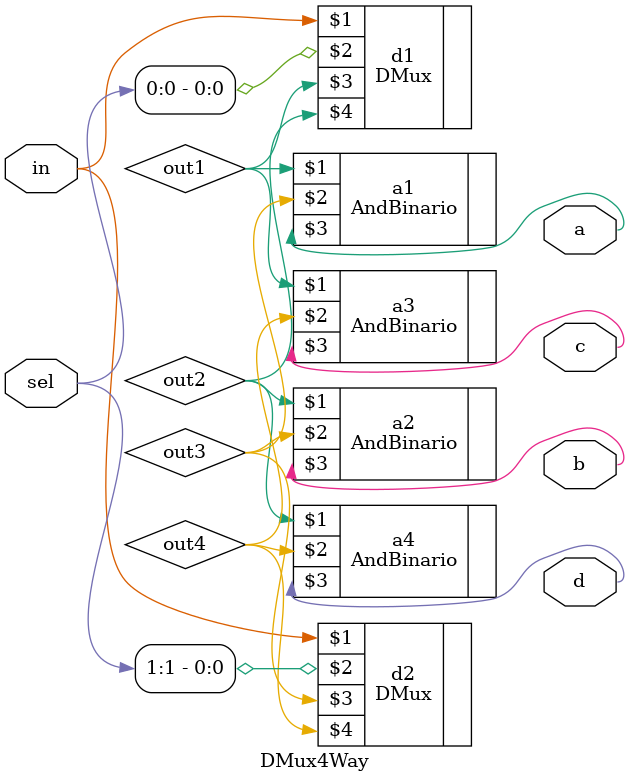
<source format=v>
module DMux4Way(in,sel,a,b,c,d);
	input in;
	input [0:1] sel;
	output a,b,c,d;
	
	wire out1,out2,out3,out4;
	
	DMux d1(in,sel[0],out1,out2);
	DMux d2(in,sel[1],out3,out4);
	AndBinario a1(out1,out3,a);
	AndBinario a2(out2,out3,b);
	AndBinario a3(out1,out4,c);
	AndBinario a4(out2,out4,d);
endmodule 

</source>
